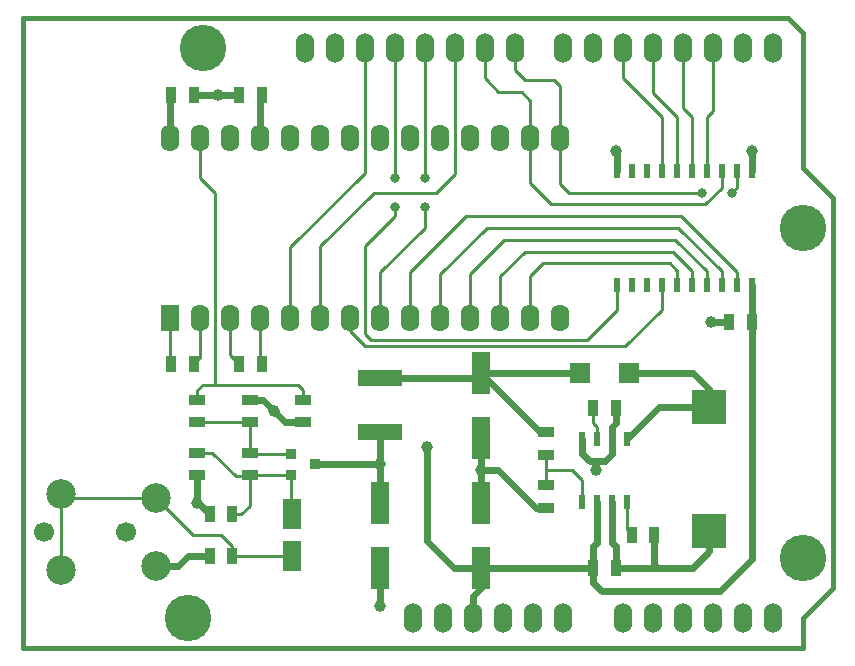
<source format=gtl>
G04 (created by PCBNEW-RS274X (2012-01-10 BZR 3351)-testing) date Lørdag '28en' 28. Juli 2012 13.38.29*
G01*
G70*
G90*
%MOIN*%
G04 Gerber Fmt 3.4, Leading zero omitted, Abs format*
%FSLAX34Y34*%
G04 APERTURE LIST*
%ADD10C,0.006000*%
%ADD11C,0.015000*%
%ADD12R,0.036000X0.036000*%
%ADD13R,0.020000X0.045000*%
%ADD14R,0.020000X0.050000*%
%ADD15R,0.150000X0.055000*%
%ADD16R,0.035000X0.055000*%
%ADD17R,0.055000X0.035000*%
%ADD18R,0.062000X0.090000*%
%ADD19O,0.062000X0.090000*%
%ADD20R,0.070800X0.066900*%
%ADD21O,0.060000X0.100000*%
%ADD22C,0.155000*%
%ADD23R,0.063000X0.141700*%
%ADD24R,0.063000X0.102400*%
%ADD25R,0.118100X0.118100*%
%ADD26C,0.098400*%
%ADD27C,0.066900*%
%ADD28C,0.031500*%
%ADD29C,0.039400*%
%ADD30C,0.009800*%
%ADD31C,0.023600*%
G04 APERTURE END LIST*
G54D10*
G54D11*
X24300Y-38700D02*
X24300Y-17700D01*
X50300Y-38700D02*
X24300Y-38700D01*
X50300Y-37700D02*
X50300Y-38700D01*
X51300Y-36700D02*
X50300Y-37700D01*
X51300Y-23700D02*
X51300Y-36700D01*
X50300Y-22700D02*
X51300Y-23700D01*
X50300Y-18200D02*
X50300Y-22700D01*
X49800Y-17700D02*
X50300Y-18200D01*
X24300Y-17700D02*
X49800Y-17700D01*
G54D12*
X33261Y-32929D03*
X33261Y-32229D03*
X34061Y-32579D03*
G54D13*
X44451Y-33826D03*
X44451Y-31726D03*
X43951Y-33826D03*
X43451Y-33826D03*
X42951Y-33826D03*
X43951Y-31726D03*
X43451Y-31726D03*
X42951Y-31726D03*
G54D14*
X44108Y-26605D03*
X44608Y-26605D03*
X45108Y-26605D03*
X45608Y-26605D03*
X46108Y-26605D03*
X46608Y-26605D03*
X47108Y-26605D03*
X47608Y-26605D03*
X48108Y-26605D03*
X48608Y-26605D03*
X48608Y-22805D03*
X48108Y-22805D03*
X47608Y-22805D03*
X47108Y-22805D03*
X46608Y-22805D03*
X46108Y-22805D03*
X45608Y-22805D03*
X45108Y-22805D03*
X44608Y-22805D03*
X44108Y-22805D03*
G54D15*
X36220Y-29711D03*
X36220Y-31511D03*
G54D16*
X29251Y-29232D03*
X30001Y-29232D03*
X43326Y-36024D03*
X44076Y-36024D03*
X44605Y-34941D03*
X45355Y-34941D03*
G54D17*
X41732Y-33287D03*
X41732Y-34037D03*
G54D16*
X31281Y-35630D03*
X30531Y-35630D03*
G54D17*
X41732Y-31515D03*
X41732Y-32265D03*
X30118Y-32204D03*
X30118Y-32954D03*
X30118Y-31182D03*
X30118Y-30432D03*
X33661Y-30432D03*
X33661Y-31182D03*
X31890Y-31182D03*
X31890Y-30432D03*
G54D16*
X31515Y-29232D03*
X32265Y-29232D03*
X48603Y-27854D03*
X47853Y-27854D03*
X32265Y-20276D03*
X31515Y-20276D03*
X29251Y-20276D03*
X30001Y-20276D03*
X43326Y-30709D03*
X44076Y-30709D03*
G54D17*
X31890Y-32204D03*
X31890Y-32954D03*
G54D16*
X31281Y-34252D03*
X30531Y-34252D03*
G54D18*
X29228Y-27705D03*
G54D19*
X30228Y-27705D03*
X31228Y-27705D03*
X32228Y-27705D03*
X33228Y-27705D03*
X34228Y-27705D03*
X35228Y-27705D03*
X36228Y-27705D03*
X37228Y-27705D03*
X38228Y-27705D03*
X39228Y-27705D03*
X40228Y-27705D03*
X41228Y-27705D03*
X42228Y-27705D03*
X42228Y-21705D03*
X41228Y-21705D03*
X40228Y-21705D03*
X39228Y-21705D03*
X38228Y-21705D03*
X37228Y-21705D03*
X36228Y-21705D03*
X35228Y-21705D03*
X34228Y-21705D03*
X33228Y-21705D03*
X32228Y-21705D03*
X31228Y-21705D03*
X30228Y-21705D03*
X29228Y-21705D03*
G54D20*
X44508Y-29528D03*
X42894Y-29528D03*
G54D21*
X49300Y-37700D03*
X48300Y-37700D03*
X47300Y-37700D03*
X44300Y-37700D03*
X45300Y-37700D03*
X46300Y-37700D03*
X42300Y-37700D03*
X41300Y-37700D03*
X40300Y-37700D03*
X38300Y-37700D03*
X37300Y-37700D03*
X49300Y-18700D03*
X48300Y-18700D03*
X47300Y-18700D03*
X46300Y-18700D03*
X45300Y-18700D03*
X44300Y-18700D03*
X43300Y-18700D03*
X42300Y-18700D03*
X40700Y-18700D03*
X39700Y-18700D03*
X38700Y-18700D03*
X37700Y-18700D03*
X36700Y-18700D03*
X35700Y-18700D03*
X34700Y-18700D03*
X33700Y-18700D03*
X39300Y-37700D03*
G54D22*
X50300Y-35700D03*
X50300Y-24700D03*
X30300Y-18700D03*
X29800Y-37700D03*
G54D23*
X39567Y-29528D03*
X39567Y-31694D03*
X36220Y-33858D03*
X36220Y-36024D03*
G54D24*
X33268Y-34232D03*
X33268Y-35650D03*
G54D23*
X39567Y-36024D03*
X39567Y-33858D03*
G54D25*
X47195Y-30660D03*
X47195Y-34794D03*
G54D26*
X28740Y-33701D03*
X25590Y-33583D03*
X25590Y-36103D03*
X28740Y-35985D03*
G54D27*
X25000Y-34843D03*
X27756Y-34843D03*
G54D28*
X47933Y-23524D03*
X46949Y-23524D03*
G54D29*
X30807Y-20276D03*
X39567Y-32776D03*
X44094Y-22146D03*
X43406Y-32776D03*
X30118Y-33858D03*
X36220Y-37303D03*
X47244Y-27854D03*
X48622Y-22146D03*
X32677Y-30807D03*
G54D28*
X36713Y-23031D03*
X36713Y-24016D03*
X37697Y-23031D03*
X37697Y-24016D03*
G54D29*
X37795Y-31988D03*
X36220Y-32579D03*
G54D30*
X37228Y-27705D02*
X37228Y-26158D01*
X48108Y-26160D02*
X48108Y-26605D01*
X46259Y-24311D02*
X48108Y-26160D01*
X39075Y-24311D02*
X46259Y-24311D01*
X37228Y-26158D02*
X39075Y-24311D01*
X38228Y-27705D02*
X38228Y-26240D01*
X47608Y-26152D02*
X47608Y-26605D01*
X46161Y-24705D02*
X47608Y-26152D01*
X39763Y-24705D02*
X46161Y-24705D01*
X38228Y-26240D02*
X39763Y-24705D01*
X47108Y-26144D02*
X47108Y-26605D01*
X46062Y-25098D02*
X47108Y-26144D01*
X40355Y-25098D02*
X46062Y-25098D01*
X39272Y-26181D02*
X40355Y-25098D01*
X39228Y-26225D02*
X39272Y-26181D01*
X39228Y-26225D02*
X39272Y-26181D01*
X39228Y-27705D02*
X39228Y-26225D01*
X40228Y-26307D02*
X40229Y-26306D01*
X46608Y-26135D02*
X46608Y-26605D01*
X41043Y-25492D02*
X40229Y-26306D01*
X45965Y-25492D02*
X41043Y-25492D01*
X46608Y-26135D02*
X45965Y-25492D01*
X40228Y-27705D02*
X40228Y-26307D01*
X41228Y-27705D02*
X41228Y-26292D01*
X46108Y-26128D02*
X45866Y-25886D01*
X45866Y-25886D02*
X41634Y-25886D01*
X41634Y-25886D02*
X41228Y-26292D01*
X46108Y-26128D02*
X46108Y-26605D01*
X42228Y-21705D02*
X42228Y-23232D01*
X48108Y-23349D02*
X48108Y-22805D01*
X47933Y-23524D02*
X48108Y-23349D01*
X42520Y-23524D02*
X46949Y-23524D01*
X42228Y-23232D02*
X42520Y-23524D01*
X40700Y-19440D02*
X40700Y-18700D01*
X42027Y-19783D02*
X42228Y-19984D01*
X41043Y-19783D02*
X42027Y-19783D01*
X40700Y-19440D02*
X41043Y-19783D01*
X42228Y-21705D02*
X42228Y-19984D01*
X47608Y-22805D02*
X47608Y-23357D01*
X41228Y-23216D02*
X41228Y-21705D01*
X41929Y-23917D02*
X41228Y-23216D01*
X47048Y-23917D02*
X41929Y-23917D01*
X47608Y-23357D02*
X47048Y-23917D01*
X39700Y-19720D02*
X39764Y-19784D01*
X39763Y-19783D02*
X39764Y-19783D01*
X39764Y-19783D02*
X39764Y-19784D01*
X39700Y-19720D02*
X39763Y-19783D01*
X39700Y-18700D02*
X39700Y-19720D01*
X40157Y-20177D02*
X39764Y-19784D01*
X40157Y-20177D02*
X40945Y-20177D01*
X40945Y-20177D02*
X41228Y-20460D01*
X41228Y-21705D02*
X41228Y-20460D01*
X47300Y-18700D02*
X47300Y-20810D01*
X47108Y-21002D02*
X47108Y-22805D01*
X47300Y-20810D02*
X47108Y-21002D01*
X46300Y-18700D02*
X46300Y-20710D01*
X46300Y-20710D02*
X46608Y-21018D01*
X46608Y-21018D02*
X46608Y-22805D01*
X45300Y-18700D02*
X45300Y-20202D01*
X46108Y-21010D02*
X46108Y-22805D01*
X45300Y-20202D02*
X46108Y-21010D01*
X44300Y-19694D02*
X45608Y-21002D01*
X45608Y-21002D02*
X45608Y-22805D01*
X44300Y-18700D02*
X44300Y-19694D01*
G54D31*
X43951Y-31726D02*
X43951Y-31344D01*
X44076Y-31219D02*
X44076Y-30709D01*
X43951Y-31344D02*
X44076Y-31219D01*
X30118Y-32954D02*
X30118Y-33839D01*
X30118Y-33839D02*
X30531Y-34252D01*
X41418Y-34037D02*
X40157Y-32776D01*
X42951Y-31726D02*
X42951Y-32222D01*
X43951Y-32230D02*
X43951Y-31726D01*
X43701Y-32480D02*
X43951Y-32230D01*
X43209Y-32480D02*
X43406Y-32480D01*
X43406Y-32480D02*
X43701Y-32480D01*
X42951Y-32222D02*
X43209Y-32480D01*
X44108Y-22160D02*
X44094Y-22146D01*
X43406Y-32480D02*
X43406Y-32776D01*
X30531Y-35630D02*
X29823Y-35630D01*
X29468Y-35985D02*
X28740Y-35985D01*
X29823Y-35630D02*
X29468Y-35985D01*
X39567Y-32776D02*
X39567Y-33858D01*
X39567Y-31694D02*
X39567Y-32776D01*
X30118Y-33858D02*
X30118Y-33839D01*
X41732Y-34037D02*
X41418Y-34037D01*
X40157Y-32776D02*
X39567Y-32776D01*
X30807Y-20276D02*
X31515Y-20276D01*
X30001Y-20276D02*
X30807Y-20276D01*
X47853Y-27854D02*
X47244Y-27854D01*
X44108Y-22805D02*
X44108Y-22160D01*
X48622Y-22146D02*
X48608Y-22160D01*
X48608Y-22160D02*
X48608Y-22805D01*
X36220Y-37303D02*
X36220Y-37205D01*
X36220Y-37205D02*
X36220Y-36024D01*
X32677Y-30807D02*
X33052Y-31182D01*
X33052Y-31182D02*
X33661Y-31182D01*
X32302Y-30432D02*
X32677Y-30807D01*
X31890Y-30432D02*
X32302Y-30432D01*
G54D30*
X36700Y-23018D02*
X36713Y-23031D01*
X36713Y-24016D02*
X36713Y-24312D01*
X36713Y-24312D02*
X35728Y-25296D01*
X35728Y-25296D02*
X35728Y-28247D01*
X35728Y-28247D02*
X35926Y-28445D01*
X35926Y-28445D02*
X43110Y-28445D01*
X43110Y-28445D02*
X44108Y-27447D01*
X44108Y-27447D02*
X44108Y-26605D01*
X36700Y-18700D02*
X36700Y-23018D01*
X30228Y-29005D02*
X30001Y-29232D01*
X30228Y-27705D02*
X30228Y-29005D01*
X44451Y-34787D02*
X44605Y-34941D01*
X44451Y-33826D02*
X44451Y-34787D01*
X43451Y-31726D02*
X43451Y-31345D01*
X43326Y-31220D02*
X43326Y-30709D01*
X43451Y-31345D02*
X43326Y-31220D01*
X32228Y-29195D02*
X32265Y-29232D01*
X32228Y-27705D02*
X32228Y-29195D01*
X31228Y-28945D02*
X31515Y-29232D01*
X31228Y-27705D02*
X31228Y-28945D01*
X29228Y-27705D02*
X29228Y-29209D01*
X29228Y-29209D02*
X29251Y-29232D01*
X31281Y-34252D02*
X31595Y-34252D01*
X31890Y-33957D02*
X31890Y-32954D01*
X31915Y-32929D02*
X31872Y-32972D01*
X33261Y-34225D02*
X33268Y-34232D01*
X33261Y-32929D02*
X33261Y-34225D01*
X31595Y-34252D02*
X31890Y-33957D01*
X33236Y-32954D02*
X33261Y-32929D01*
X31890Y-32954D02*
X33236Y-32954D01*
X31872Y-32972D02*
X31890Y-32954D01*
X31397Y-32972D02*
X30629Y-32204D01*
X30629Y-32204D02*
X30118Y-32204D01*
X31872Y-32972D02*
X31397Y-32972D01*
X25590Y-33583D02*
X25590Y-36103D01*
X33268Y-35650D02*
X31301Y-35650D01*
X31301Y-35650D02*
X31281Y-35630D01*
X25708Y-33701D02*
X25590Y-33583D01*
X28740Y-33701D02*
X25708Y-33701D01*
X31281Y-35316D02*
X31281Y-35630D01*
X30906Y-34941D02*
X29980Y-34941D01*
X31281Y-35316D02*
X30906Y-34941D01*
X28740Y-33701D02*
X29980Y-34941D01*
X30118Y-30118D02*
X30315Y-29921D01*
X30709Y-29921D02*
X33464Y-29921D01*
X30315Y-29921D02*
X30709Y-29921D01*
X33464Y-29921D02*
X33661Y-30118D01*
X33661Y-30118D02*
X33661Y-30432D01*
X30118Y-30432D02*
X30118Y-30118D01*
X30709Y-23523D02*
X30228Y-23042D01*
X30228Y-23042D02*
X30228Y-21705D01*
X30709Y-29921D02*
X30709Y-23523D01*
X31915Y-32229D02*
X33261Y-32229D01*
X31890Y-32204D02*
X31915Y-32229D01*
X31890Y-31182D02*
X31890Y-32204D01*
X30118Y-31182D02*
X31890Y-31182D01*
G54D31*
X41732Y-31515D02*
X41554Y-31515D01*
X41554Y-31515D02*
X39567Y-29528D01*
X36220Y-29711D02*
X39384Y-29711D01*
X39384Y-29711D02*
X39567Y-29528D01*
X42894Y-29528D02*
X39567Y-29528D01*
G54D30*
X41732Y-32776D02*
X41732Y-33287D01*
X41732Y-32265D02*
X41732Y-32776D01*
X42951Y-33109D02*
X42618Y-32776D01*
X42618Y-32776D02*
X41732Y-32776D01*
X42951Y-33826D02*
X42951Y-33109D01*
G54D31*
X44451Y-31726D02*
X44455Y-31726D01*
X45521Y-30660D02*
X47195Y-30660D01*
X44455Y-31726D02*
X45521Y-30660D01*
X44508Y-29528D02*
X46654Y-29528D01*
X47195Y-30069D02*
X47195Y-30660D01*
X46654Y-29528D02*
X47195Y-30069D01*
X46653Y-36024D02*
X47195Y-35482D01*
X47195Y-35482D02*
X47195Y-34794D01*
X45374Y-36024D02*
X46653Y-36024D01*
X44076Y-36024D02*
X45374Y-36024D01*
X45355Y-36024D02*
X45374Y-36005D01*
X45374Y-36005D02*
X45374Y-35925D01*
X45374Y-35925D02*
X45374Y-36024D01*
X45355Y-34941D02*
X45355Y-36024D01*
X44076Y-35316D02*
X43951Y-35191D01*
X43951Y-35191D02*
X43951Y-33826D01*
X44076Y-36024D02*
X44076Y-35316D01*
G54D30*
X35228Y-27705D02*
X35228Y-28141D01*
X45608Y-27422D02*
X45608Y-26605D01*
X44388Y-28642D02*
X45608Y-27422D01*
X35729Y-28642D02*
X44388Y-28642D01*
X35228Y-28141D02*
X35729Y-28642D01*
X34228Y-25318D02*
X36022Y-23524D01*
X36022Y-23524D02*
X38090Y-23524D01*
X38090Y-23524D02*
X38700Y-22914D01*
X38700Y-22914D02*
X38700Y-18700D01*
X34228Y-27705D02*
X34228Y-25318D01*
X36228Y-27705D02*
X36228Y-26173D01*
X37700Y-23028D02*
X37700Y-18700D01*
X37697Y-23031D02*
X37700Y-23028D01*
X37697Y-24704D02*
X37697Y-24016D01*
X36228Y-26173D02*
X37697Y-24704D01*
X33228Y-25335D02*
X35700Y-22863D01*
X35700Y-22863D02*
X35700Y-18700D01*
X33228Y-27705D02*
X33228Y-25335D01*
G54D31*
X37795Y-35138D02*
X38681Y-36024D01*
X37795Y-31988D02*
X37795Y-35138D01*
X43326Y-35316D02*
X43451Y-35191D01*
X43326Y-36024D02*
X43326Y-35316D01*
X43451Y-35191D02*
X43451Y-33826D01*
X43326Y-36024D02*
X39567Y-36024D01*
X39567Y-36713D02*
X39300Y-36980D01*
X48603Y-27854D02*
X48603Y-35748D01*
X43326Y-36535D02*
X43326Y-36024D01*
X43602Y-36811D02*
X43326Y-36535D01*
X47540Y-36811D02*
X43602Y-36811D01*
X48603Y-35748D02*
X47540Y-36811D01*
X48608Y-26605D02*
X48608Y-27849D01*
X48608Y-27849D02*
X48603Y-27854D01*
X39567Y-36024D02*
X39567Y-36713D01*
X39300Y-36980D02*
X39300Y-37700D01*
X32185Y-21662D02*
X32228Y-21705D01*
X38681Y-36024D02*
X39567Y-36024D01*
X32228Y-21705D02*
X32228Y-20313D01*
X32228Y-20313D02*
X32265Y-20276D01*
X29228Y-21705D02*
X29228Y-20299D01*
X29228Y-20299D02*
X29251Y-20276D01*
X29232Y-21701D02*
X29228Y-21705D01*
X36220Y-32579D02*
X36220Y-33858D01*
X36220Y-31511D02*
X36220Y-32579D01*
X34061Y-32579D02*
X36220Y-32579D01*
M02*

</source>
